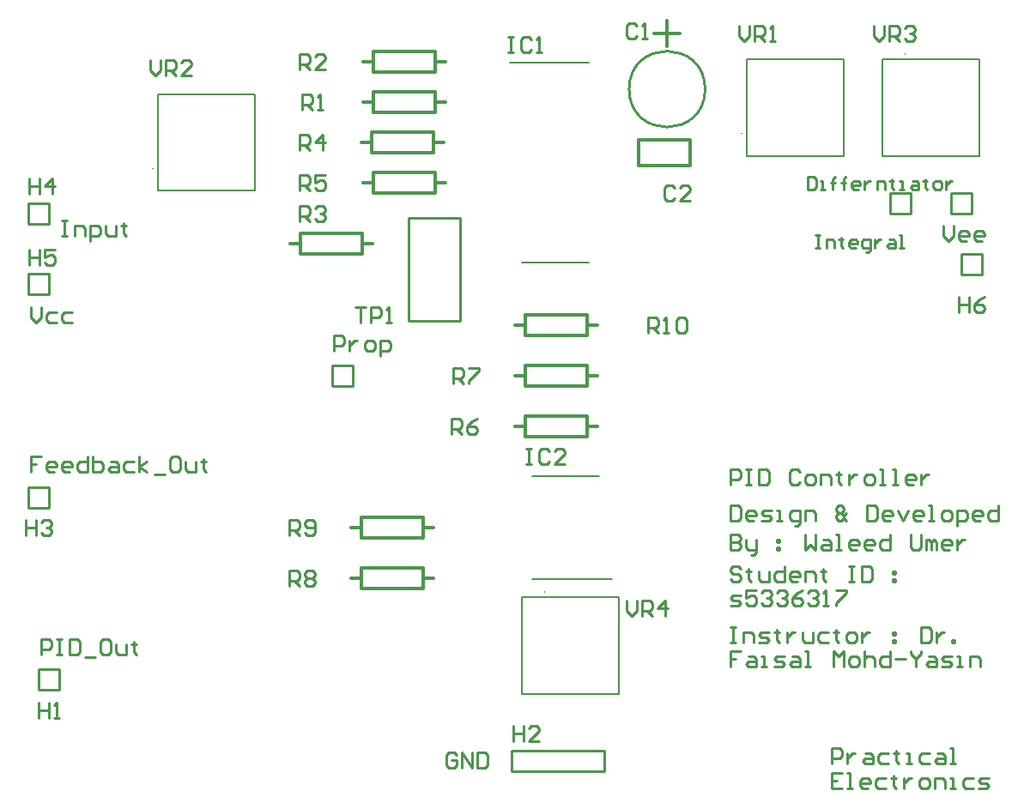
<source format=gto>
G04*
G04 #@! TF.GenerationSoftware,Altium Limited,Altium Designer,24.4.1 (13)*
G04*
G04 Layer_Color=65535*
%FSLAX44Y44*%
%MOMM*%
G71*
G04*
G04 #@! TF.SameCoordinates,D33A3FA2-88C1-4BC0-A94D-04A4EBB6AA15*
G04*
G04*
G04 #@! TF.FilePolarity,Positive*
G04*
G01*
G75*
%ADD10C,0.2540*%
%ADD11C,0.1000*%
%ADD12C,0.3048*%
%ADD13C,0.2000*%
D10*
X707503Y702700D02*
G03*
X707503Y702700I-37503J0D01*
G01*
X949840Y579840D02*
Y600160D01*
Y579840D02*
X970160D01*
Y600160D01*
X949840D02*
X970160D01*
X889840Y579840D02*
Y600160D01*
Y579840D02*
X910160D01*
Y600160D01*
X889840D02*
X910160D01*
X339840Y409840D02*
Y430160D01*
Y409840D02*
X360160D01*
Y430160D01*
X339840D02*
X360160D01*
X959840Y519840D02*
Y540160D01*
Y519840D02*
X980160D01*
Y540160D01*
X959840D02*
X980160D01*
X39840Y289840D02*
Y310160D01*
Y289840D02*
X60160D01*
Y310160D01*
X39840D02*
X60160D01*
X414600Y575400D02*
X465400D01*
X414600Y473800D02*
Y575400D01*
Y473800D02*
X465400D01*
Y575400D01*
X49840Y109840D02*
Y130160D01*
Y109840D02*
X70160D01*
Y130160D01*
X49840D02*
X70160D01*
X516980Y29840D02*
X608420D01*
X516980D02*
Y47620D01*
Y50160D01*
X608420D01*
Y29840D02*
Y50160D01*
X39840Y499840D02*
Y520160D01*
Y499840D02*
X60160D01*
Y520160D01*
X39840D02*
X60160D01*
X39840Y569840D02*
Y590160D01*
Y569840D02*
X60160D01*
Y590160D01*
X39840D02*
X60160D01*
X732540Y292310D02*
Y277075D01*
X740157D01*
X742697Y279614D01*
Y289771D01*
X740157Y292310D01*
X732540D01*
X755393Y277075D02*
X750314D01*
X747775Y279614D01*
Y284692D01*
X750314Y287232D01*
X755393D01*
X757932Y284692D01*
Y282153D01*
X747775D01*
X763010Y277075D02*
X770628D01*
X773167Y279614D01*
X770628Y282153D01*
X765549D01*
X763010Y284692D01*
X765549Y287232D01*
X773167D01*
X778245Y277075D02*
X783324D01*
X780784D01*
Y287232D01*
X778245D01*
X796019Y271996D02*
X798559D01*
X801098Y274536D01*
Y287232D01*
X793480D01*
X790941Y284692D01*
Y279614D01*
X793480Y277075D01*
X801098D01*
X806176D02*
Y287232D01*
X813794D01*
X816333Y284692D01*
Y277075D01*
X846803D02*
X844264Y279614D01*
X841725Y277075D01*
X839185D01*
X836646Y279614D01*
Y282153D01*
X839185Y284692D01*
X836646Y287232D01*
Y289771D01*
X839185Y292310D01*
X841725D01*
X844264Y289771D01*
Y287232D01*
X841725Y284692D01*
X844264Y282153D01*
Y279614D01*
X846803Y284692D02*
X844264Y282153D01*
X839185Y284692D02*
X841725D01*
X867116Y292310D02*
Y277075D01*
X874734D01*
X877273Y279614D01*
Y289771D01*
X874734Y292310D01*
X867116D01*
X889969Y277075D02*
X884891D01*
X882352Y279614D01*
Y284692D01*
X884891Y287232D01*
X889969D01*
X892508Y284692D01*
Y282153D01*
X882352D01*
X897587Y287232D02*
X902665Y277075D01*
X907743Y287232D01*
X920439Y277075D02*
X915361D01*
X912822Y279614D01*
Y284692D01*
X915361Y287232D01*
X920439D01*
X922978Y284692D01*
Y282153D01*
X912822D01*
X928057Y277075D02*
X933135D01*
X930596D01*
Y292310D01*
X928057D01*
X943292Y277075D02*
X948370D01*
X950909Y279614D01*
Y284692D01*
X948370Y287232D01*
X943292D01*
X940753Y284692D01*
Y279614D01*
X943292Y277075D01*
X955988Y271996D02*
Y287232D01*
X963605D01*
X966144Y284692D01*
Y279614D01*
X963605Y277075D01*
X955988D01*
X978840D02*
X973762D01*
X971223Y279614D01*
Y284692D01*
X973762Y287232D01*
X978840D01*
X981379Y284692D01*
Y282153D01*
X971223D01*
X996615Y292310D02*
Y277075D01*
X988997D01*
X986458Y279614D01*
Y284692D01*
X988997Y287232D01*
X996615D01*
X732540Y262853D02*
Y247618D01*
X740157D01*
X742697Y250158D01*
Y252697D01*
X740157Y255236D01*
X732540D01*
X740157D01*
X742697Y257775D01*
Y260314D01*
X740157Y262853D01*
X732540D01*
X747775Y257775D02*
Y250158D01*
X750314Y247618D01*
X757932D01*
Y245079D01*
X755393Y242540D01*
X752853D01*
X757932Y247618D02*
Y257775D01*
X778245D02*
X780784D01*
Y255236D01*
X778245D01*
Y257775D01*
Y250158D02*
X780784D01*
Y247618D01*
X778245D01*
Y250158D01*
X806176Y262853D02*
Y247618D01*
X811255Y252697D01*
X816333Y247618D01*
Y262853D01*
X823950Y257775D02*
X829029D01*
X831568Y255236D01*
Y247618D01*
X823950D01*
X821411Y250158D01*
X823950Y252697D01*
X831568D01*
X836646Y247618D02*
X841725D01*
X839185D01*
Y262853D01*
X836646D01*
X856960Y247618D02*
X851881D01*
X849342Y250158D01*
Y255236D01*
X851881Y257775D01*
X856960D01*
X859499Y255236D01*
Y252697D01*
X849342D01*
X872195Y247618D02*
X867116D01*
X864577Y250158D01*
Y255236D01*
X867116Y257775D01*
X872195D01*
X874734Y255236D01*
Y252697D01*
X864577D01*
X889969Y262853D02*
Y247618D01*
X882352D01*
X879812Y250158D01*
Y255236D01*
X882352Y257775D01*
X889969D01*
X910283Y262853D02*
Y250158D01*
X912822Y247618D01*
X917900D01*
X920439Y250158D01*
Y262853D01*
X925518Y247618D02*
Y257775D01*
X928057D01*
X930596Y255236D01*
Y247618D01*
Y255236D01*
X933135Y257775D01*
X935674Y255236D01*
Y247618D01*
X948370D02*
X943292D01*
X940753Y250158D01*
Y255236D01*
X943292Y257775D01*
X948370D01*
X950909Y255236D01*
Y252697D01*
X940753D01*
X955988Y257775D02*
Y247618D01*
Y252697D01*
X958527Y255236D01*
X961066Y257775D01*
X963605D01*
X742697Y229614D02*
X740157Y232153D01*
X735079D01*
X732540Y229614D01*
Y227075D01*
X735079Y224536D01*
X740157D01*
X742697Y221996D01*
Y219457D01*
X740157Y216918D01*
X735079D01*
X732540Y219457D01*
X750314Y229614D02*
Y227075D01*
X747775D01*
X752853D01*
X750314D01*
Y219457D01*
X752853Y216918D01*
X760471Y227075D02*
Y219457D01*
X763010Y216918D01*
X770628D01*
Y227075D01*
X785863Y232153D02*
Y216918D01*
X778245D01*
X775706Y219457D01*
Y224536D01*
X778245Y227075D01*
X785863D01*
X798559Y216918D02*
X793480D01*
X790941Y219457D01*
Y224536D01*
X793480Y227075D01*
X798559D01*
X801098Y224536D01*
Y221996D01*
X790941D01*
X806176Y216918D02*
Y227075D01*
X813794D01*
X816333Y224536D01*
Y216918D01*
X823950Y229614D02*
Y227075D01*
X821411D01*
X826490D01*
X823950D01*
Y219457D01*
X826490Y216918D01*
X849342Y232153D02*
X854420D01*
X851881D01*
Y216918D01*
X849342D01*
X854420D01*
X862038Y232153D02*
Y216918D01*
X869656D01*
X872195Y219457D01*
Y229614D01*
X869656Y232153D01*
X862038D01*
X892508Y227075D02*
X895047D01*
Y224536D01*
X892508D01*
Y227075D01*
Y219457D02*
X895047D01*
Y216918D01*
X892508D01*
Y219457D01*
X732540Y192540D02*
X740157D01*
X742697Y195079D01*
X740157Y197618D01*
X735079D01*
X732540Y200158D01*
X735079Y202697D01*
X742697D01*
X757932Y207775D02*
X747775D01*
Y200158D01*
X752853Y202697D01*
X755393D01*
X757932Y200158D01*
Y195079D01*
X755393Y192540D01*
X750314D01*
X747775Y195079D01*
X763010Y205236D02*
X765549Y207775D01*
X770628D01*
X773167Y205236D01*
Y202697D01*
X770628Y200158D01*
X768089D01*
X770628D01*
X773167Y197618D01*
Y195079D01*
X770628Y192540D01*
X765549D01*
X763010Y195079D01*
X778245Y205236D02*
X780784Y207775D01*
X785863D01*
X788402Y205236D01*
Y202697D01*
X785863Y200158D01*
X783324D01*
X785863D01*
X788402Y197618D01*
Y195079D01*
X785863Y192540D01*
X780784D01*
X778245Y195079D01*
X803637Y207775D02*
X798559Y205236D01*
X793480Y200158D01*
Y195079D01*
X796020Y192540D01*
X801098D01*
X803637Y195079D01*
Y197618D01*
X801098Y200158D01*
X793480D01*
X808715Y205236D02*
X811255Y207775D01*
X816333D01*
X818872Y205236D01*
Y202697D01*
X816333Y200158D01*
X813794D01*
X816333D01*
X818872Y197618D01*
Y195079D01*
X816333Y192540D01*
X811255D01*
X808715Y195079D01*
X823950Y192540D02*
X829029D01*
X826490D01*
Y207775D01*
X823950Y205236D01*
X836646Y207775D02*
X846803D01*
Y205236D01*
X836646Y195079D01*
Y192540D01*
X732540Y172153D02*
X737618D01*
X735079D01*
Y156918D01*
X732540D01*
X737618D01*
X745236D02*
Y167075D01*
X752853D01*
X755393Y164536D01*
Y156918D01*
X760471D02*
X768089D01*
X770628Y159457D01*
X768089Y161996D01*
X763010D01*
X760471Y164536D01*
X763010Y167075D01*
X770628D01*
X778245Y169614D02*
Y167075D01*
X775706D01*
X780784D01*
X778245D01*
Y159457D01*
X780784Y156918D01*
X788402Y167075D02*
Y156918D01*
Y161996D01*
X790941Y164536D01*
X793480Y167075D01*
X796019D01*
X803637D02*
Y159457D01*
X806176Y156918D01*
X813794D01*
Y167075D01*
X829029D02*
X821411D01*
X818872Y164536D01*
Y159457D01*
X821411Y156918D01*
X829029D01*
X836646Y169614D02*
Y167075D01*
X834107D01*
X839185D01*
X836646D01*
Y159457D01*
X839185Y156918D01*
X849342D02*
X854420D01*
X856960Y159457D01*
Y164536D01*
X854420Y167075D01*
X849342D01*
X846803Y164536D01*
Y159457D01*
X849342Y156918D01*
X862038Y167075D02*
Y156918D01*
Y161996D01*
X864577Y164536D01*
X867116Y167075D01*
X869656D01*
X892508D02*
X895047D01*
Y164536D01*
X892508D01*
Y167075D01*
Y159457D02*
X895047D01*
Y156918D01*
X892508D01*
Y159457D01*
X920439Y172153D02*
Y156918D01*
X928057D01*
X930596Y159457D01*
Y169614D01*
X928057Y172153D01*
X920439D01*
X935674Y167075D02*
Y156918D01*
Y161996D01*
X938213Y164536D01*
X940753Y167075D01*
X943292D01*
X950909Y156918D02*
Y159457D01*
X953448D01*
Y156918D01*
X950909D01*
X742697Y147775D02*
X732540D01*
Y140157D01*
X737618D01*
X732540D01*
Y132540D01*
X750314Y142697D02*
X755393D01*
X757932Y140157D01*
Y132540D01*
X750314D01*
X747775Y135079D01*
X750314Y137618D01*
X757932D01*
X763010Y132540D02*
X768089D01*
X765549D01*
Y142697D01*
X763010D01*
X775706Y132540D02*
X783324D01*
X785863Y135079D01*
X783324Y137618D01*
X778245D01*
X775706Y140157D01*
X778245Y142697D01*
X785863D01*
X793480D02*
X798559D01*
X801098Y140157D01*
Y132540D01*
X793480D01*
X790941Y135079D01*
X793480Y137618D01*
X801098D01*
X806176Y132540D02*
X811255D01*
X808715D01*
Y147775D01*
X806176D01*
X834107Y132540D02*
Y147775D01*
X839185Y142697D01*
X844264Y147775D01*
Y132540D01*
X851881D02*
X856960D01*
X859499Y135079D01*
Y140157D01*
X856960Y142697D01*
X851881D01*
X849342Y140157D01*
Y135079D01*
X851881Y132540D01*
X864577Y147775D02*
Y132540D01*
Y140157D01*
X867116Y142697D01*
X872195D01*
X874734Y140157D01*
Y132540D01*
X889969Y147775D02*
Y132540D01*
X882352D01*
X879812Y135079D01*
Y140157D01*
X882352Y142697D01*
X889969D01*
X895047Y140157D02*
X905204D01*
X910283Y147775D02*
Y145236D01*
X915361Y140157D01*
X920439Y145236D01*
Y147775D01*
X915361Y140157D02*
Y132540D01*
X928057Y142697D02*
X933135D01*
X935674Y140157D01*
Y132540D01*
X928057D01*
X925518Y135079D01*
X928057Y137618D01*
X935674D01*
X940753Y132540D02*
X948370D01*
X950909Y135079D01*
X948370Y137618D01*
X943292D01*
X940753Y140157D01*
X943292Y142697D01*
X950909D01*
X955988Y132540D02*
X961066D01*
X958527D01*
Y142697D01*
X955988D01*
X968684Y132540D02*
Y142697D01*
X976301D01*
X978840Y140157D01*
Y132540D01*
X732540Y312540D02*
Y327775D01*
X740157D01*
X742697Y325236D01*
Y320158D01*
X740157Y317618D01*
X732540D01*
X747775Y327775D02*
X752853D01*
X750314D01*
Y312540D01*
X747775D01*
X752853D01*
X760471Y327775D02*
Y312540D01*
X768089D01*
X770628Y315079D01*
Y325236D01*
X768089Y327775D01*
X760471D01*
X801098Y325236D02*
X798559Y327775D01*
X793480D01*
X790941Y325236D01*
Y315079D01*
X793480Y312540D01*
X798559D01*
X801098Y315079D01*
X808715Y312540D02*
X813794D01*
X816333Y315079D01*
Y320158D01*
X813794Y322697D01*
X808715D01*
X806176Y320158D01*
Y315079D01*
X808715Y312540D01*
X821411D02*
Y322697D01*
X829029D01*
X831568Y320158D01*
Y312540D01*
X839185Y325236D02*
Y322697D01*
X836646D01*
X841725D01*
X839185D01*
Y315079D01*
X841725Y312540D01*
X849342Y322697D02*
Y312540D01*
Y317618D01*
X851881Y320158D01*
X854420Y322697D01*
X856960D01*
X867116Y312540D02*
X872195D01*
X874734Y315079D01*
Y320158D01*
X872195Y322697D01*
X867116D01*
X864577Y320158D01*
Y315079D01*
X867116Y312540D01*
X879812D02*
X884891D01*
X882352D01*
Y327775D01*
X879812D01*
X892508Y312540D02*
X897587D01*
X895047D01*
Y327775D01*
X892508D01*
X912822Y312540D02*
X907743D01*
X905204Y315079D01*
Y320158D01*
X907743Y322697D01*
X912822D01*
X915361Y320158D01*
Y317618D01*
X905204D01*
X920439Y322697D02*
Y312540D01*
Y317618D01*
X922978Y320158D01*
X925518Y322697D01*
X928057D01*
X832540Y36918D02*
Y52153D01*
X840157D01*
X842697Y49614D01*
Y44536D01*
X840157Y41996D01*
X832540D01*
X847775Y47075D02*
Y36918D01*
Y41996D01*
X850314Y44536D01*
X852853Y47075D01*
X855393D01*
X865549D02*
X870628D01*
X873167Y44536D01*
Y36918D01*
X865549D01*
X863010Y39457D01*
X865549Y41996D01*
X873167D01*
X888402Y47075D02*
X880784D01*
X878245Y44536D01*
Y39457D01*
X880784Y36918D01*
X888402D01*
X896020Y49614D02*
Y47075D01*
X893480D01*
X898559D01*
X896020D01*
Y39457D01*
X898559Y36918D01*
X906176D02*
X911255D01*
X908715D01*
Y47075D01*
X906176D01*
X929029D02*
X921411D01*
X918872Y44536D01*
Y39457D01*
X921411Y36918D01*
X929029D01*
X936646Y47075D02*
X941725D01*
X944264Y44536D01*
Y36918D01*
X936646D01*
X934107Y39457D01*
X936646Y41996D01*
X944264D01*
X949342Y36918D02*
X954420D01*
X951881D01*
Y52153D01*
X949342D01*
X842697Y27775D02*
X832540D01*
Y12540D01*
X842697D01*
X832540Y20157D02*
X837618D01*
X847775Y12540D02*
X852853D01*
X850314D01*
Y27775D01*
X847775D01*
X868089Y12540D02*
X863010D01*
X860471Y15079D01*
Y20157D01*
X863010Y22697D01*
X868089D01*
X870628Y20157D01*
Y17618D01*
X860471D01*
X885863Y22697D02*
X878245D01*
X875706Y20157D01*
Y15079D01*
X878245Y12540D01*
X885863D01*
X893480Y25236D02*
Y22697D01*
X890941D01*
X896019D01*
X893480D01*
Y15079D01*
X896019Y12540D01*
X903637Y22697D02*
Y12540D01*
Y17618D01*
X906176Y20157D01*
X908715Y22697D01*
X911255D01*
X921411Y12540D02*
X926490D01*
X929029Y15079D01*
Y20157D01*
X926490Y22697D01*
X921411D01*
X918872Y20157D01*
Y15079D01*
X921411Y12540D01*
X934107D02*
Y22697D01*
X941725D01*
X944264Y20157D01*
Y12540D01*
X949342D02*
X954420D01*
X951881D01*
Y22697D01*
X949342D01*
X972195D02*
X964577D01*
X962038Y20157D01*
Y15079D01*
X964577Y12540D01*
X972195D01*
X977273D02*
X984891D01*
X987430Y15079D01*
X984891Y17618D01*
X979812D01*
X977273Y20157D01*
X979812Y22697D01*
X987430D01*
X808723Y616198D02*
Y603802D01*
X814921D01*
X816987Y605868D01*
Y614132D01*
X814921Y616198D01*
X808723D01*
X821119Y603802D02*
X825251D01*
X823185D01*
Y612066D01*
X821119D01*
X833515Y603802D02*
Y614132D01*
Y610000D01*
X831449D01*
X835581D01*
X833515D01*
Y614132D01*
X835581Y616198D01*
X843845Y603802D02*
Y614132D01*
Y610000D01*
X841779D01*
X845911D01*
X843845D01*
Y614132D01*
X845911Y616198D01*
X858307Y603802D02*
X854175D01*
X852109Y605868D01*
Y610000D01*
X854175Y612066D01*
X858307D01*
X860373Y610000D01*
Y607934D01*
X852109D01*
X864505Y612066D02*
Y603802D01*
Y607934D01*
X866571Y610000D01*
X868637Y612066D01*
X870703D01*
X876901Y603802D02*
Y612066D01*
X883099D01*
X885165Y610000D01*
Y603802D01*
X891363Y614132D02*
Y612066D01*
X889297D01*
X893429D01*
X891363D01*
Y605868D01*
X893429Y603802D01*
X899627D02*
X903759D01*
X901693D01*
Y612066D01*
X899627D01*
X912023D02*
X916155D01*
X918221Y610000D01*
Y603802D01*
X912023D01*
X909957Y605868D01*
X912023Y607934D01*
X918221D01*
X924419Y614132D02*
Y612066D01*
X922353D01*
X926485D01*
X924419D01*
Y605868D01*
X926485Y603802D01*
X934749D02*
X938881D01*
X940947Y605868D01*
Y610000D01*
X938881Y612066D01*
X934749D01*
X932683Y610000D01*
Y605868D01*
X934749Y603802D01*
X945079Y612066D02*
Y603802D01*
Y607934D01*
X947145Y610000D01*
X949211Y612066D01*
X951277D01*
X816614Y558264D02*
X820746D01*
X818680D01*
Y545868D01*
X816614D01*
X820746D01*
X826944D02*
Y554132D01*
X833142D01*
X835208Y552066D01*
Y545868D01*
X841406Y556198D02*
Y554132D01*
X839340D01*
X843472D01*
X841406D01*
Y547934D01*
X843472Y545868D01*
X855868D02*
X851736D01*
X849670Y547934D01*
Y552066D01*
X851736Y554132D01*
X855868D01*
X857934Y552066D01*
Y550000D01*
X849670D01*
X866198Y541736D02*
X868264D01*
X870330Y543802D01*
Y554132D01*
X864132D01*
X862066Y552066D01*
Y547934D01*
X864132Y545868D01*
X870330D01*
X874462Y554132D02*
Y545868D01*
Y550000D01*
X876528Y552066D01*
X878594Y554132D01*
X880660D01*
X888924D02*
X893056D01*
X895122Y552066D01*
Y545868D01*
X888924D01*
X886858Y547934D01*
X888924Y550000D01*
X895122D01*
X899254Y545868D02*
X903386D01*
X901320D01*
Y558264D01*
X899254D01*
X341122Y444246D02*
Y459481D01*
X348740D01*
X351279Y456942D01*
Y451864D01*
X348740Y449324D01*
X341122D01*
X356357Y454403D02*
Y444246D01*
Y449324D01*
X358896Y451864D01*
X361435Y454403D01*
X363975D01*
X374131Y444246D02*
X379210D01*
X381749Y446785D01*
Y451864D01*
X379210Y454403D01*
X374131D01*
X371592Y451864D01*
Y446785D01*
X374131Y444246D01*
X386827Y439168D02*
Y454403D01*
X394445D01*
X396984Y451864D01*
Y446785D01*
X394445Y444246D01*
X386827D01*
X530956Y347617D02*
X536035D01*
X533495D01*
Y332383D01*
X530956D01*
X536035D01*
X553809Y345078D02*
X551270Y347617D01*
X546191D01*
X543652Y345078D01*
Y334922D01*
X546191Y332383D01*
X551270D01*
X553809Y334922D01*
X569044Y332383D02*
X558887D01*
X569044Y342539D01*
Y345078D01*
X566505Y347617D01*
X561426D01*
X558887Y345078D01*
X307304Y572383D02*
Y587617D01*
X314922D01*
X317461Y585078D01*
Y580000D01*
X314922Y577461D01*
X307304D01*
X312383D02*
X317461Y572383D01*
X322539Y585078D02*
X325078Y587617D01*
X330157D01*
X332696Y585078D01*
Y582539D01*
X330157Y580000D01*
X327617D01*
X330157D01*
X332696Y577461D01*
Y574922D01*
X330157Y572383D01*
X325078D01*
X322539Y574922D01*
X942540Y567775D02*
Y557618D01*
X947618Y552540D01*
X952697Y557618D01*
Y567775D01*
X965393Y552540D02*
X960314D01*
X957775Y555079D01*
Y560158D01*
X960314Y562697D01*
X965393D01*
X967932Y560158D01*
Y557618D01*
X957775D01*
X980628Y552540D02*
X975549D01*
X973010Y555079D01*
Y560158D01*
X975549Y562697D01*
X980628D01*
X983167Y560158D01*
Y557618D01*
X973010D01*
X462697Y45236D02*
X460158Y47775D01*
X455079D01*
X452540Y45236D01*
Y35079D01*
X455079Y32540D01*
X460158D01*
X462697Y35079D01*
Y40157D01*
X457618D01*
X467775Y32540D02*
Y47775D01*
X477932Y32540D01*
Y47775D01*
X483010D02*
Y32540D01*
X490628D01*
X493167Y35079D01*
Y45236D01*
X490628Y47775D01*
X483010D01*
X52697Y340314D02*
X42540D01*
Y332697D01*
X47618D01*
X42540D01*
Y325079D01*
X65393D02*
X60314D01*
X57775Y327618D01*
Y332697D01*
X60314Y335236D01*
X65393D01*
X67932Y332697D01*
Y330158D01*
X57775D01*
X80628Y325079D02*
X75549D01*
X73010Y327618D01*
Y332697D01*
X75549Y335236D01*
X80628D01*
X83167Y332697D01*
Y330158D01*
X73010D01*
X98402Y340314D02*
Y325079D01*
X90784D01*
X88245Y327618D01*
Y332697D01*
X90784Y335236D01*
X98402D01*
X103480Y340314D02*
Y325079D01*
X111098D01*
X113637Y327618D01*
Y330158D01*
Y332697D01*
X111098Y335236D01*
X103480D01*
X121255D02*
X126333D01*
X128872Y332697D01*
Y325079D01*
X121255D01*
X118715Y327618D01*
X121255Y330158D01*
X128872D01*
X144107Y335236D02*
X136490D01*
X133950Y332697D01*
Y327618D01*
X136490Y325079D01*
X144107D01*
X149185D02*
Y340314D01*
Y330158D02*
X156803Y335236D01*
X149185Y330158D02*
X156803Y325079D01*
X164421Y322540D02*
X174577D01*
X187273Y340314D02*
X182195D01*
X179656Y337775D01*
Y327618D01*
X182195Y325079D01*
X187273D01*
X189812Y327618D01*
Y337775D01*
X187273Y340314D01*
X194891Y335236D02*
Y327618D01*
X197430Y325079D01*
X205047D01*
Y335236D01*
X212665Y337775D02*
Y335236D01*
X210126D01*
X215204D01*
X212665D01*
Y327618D01*
X215204Y325079D01*
X52540Y145079D02*
Y160314D01*
X60157D01*
X62697Y157775D01*
Y152697D01*
X60157Y150157D01*
X52540D01*
X67775Y160314D02*
X72853D01*
X70314D01*
Y145079D01*
X67775D01*
X72853D01*
X80471Y160314D02*
Y145079D01*
X88089D01*
X90628Y147618D01*
Y157775D01*
X88089Y160314D01*
X80471D01*
X95706Y142540D02*
X105863D01*
X118559Y160314D02*
X113480D01*
X110941Y157775D01*
Y147618D01*
X113480Y145079D01*
X118559D01*
X121098Y147618D01*
Y157775D01*
X118559Y160314D01*
X126176Y155236D02*
Y147618D01*
X128715Y145079D01*
X136333D01*
Y155236D01*
X143950Y157775D02*
Y155236D01*
X141411D01*
X146490D01*
X143950D01*
Y147618D01*
X146490Y145079D01*
X72540Y572853D02*
X77618D01*
X75079D01*
Y557618D01*
X72540D01*
X77618D01*
X85236D02*
Y567775D01*
X92853D01*
X95393Y565236D01*
Y557618D01*
X100471Y552540D02*
Y567775D01*
X108089D01*
X110628Y565236D01*
Y560158D01*
X108089Y557618D01*
X100471D01*
X115706Y567775D02*
Y560158D01*
X118245Y557618D01*
X125863D01*
Y567775D01*
X133480Y570314D02*
Y567775D01*
X130941D01*
X136019D01*
X133480D01*
Y560158D01*
X136019Y557618D01*
X42540Y487775D02*
Y477618D01*
X47618Y472540D01*
X52697Y477618D01*
Y487775D01*
X67932Y482697D02*
X60314D01*
X57775Y480158D01*
Y475079D01*
X60314Y472540D01*
X67932D01*
X83167Y482697D02*
X75549D01*
X73010Y480158D01*
Y475079D01*
X75549Y472540D01*
X83167D01*
X307304Y722383D02*
Y737617D01*
X314922D01*
X317461Y735078D01*
Y730000D01*
X314922Y727461D01*
X307304D01*
X312383D02*
X317461Y722383D01*
X332696D02*
X322539D01*
X332696Y732539D01*
Y735078D01*
X330157Y737617D01*
X325078D01*
X322539Y735078D01*
X307304Y642383D02*
Y657617D01*
X314922D01*
X317461Y655078D01*
Y650000D01*
X314922Y647461D01*
X307304D01*
X312383D02*
X317461Y642383D01*
X330157D02*
Y657617D01*
X322539Y650000D01*
X332696D01*
X309843Y682383D02*
Y697617D01*
X317461D01*
X320000Y695078D01*
Y690000D01*
X317461Y687461D01*
X309843D01*
X314922D02*
X320000Y682383D01*
X325078D02*
X330157D01*
X327618D01*
Y697617D01*
X325078Y695078D01*
X640000Y765078D02*
X637461Y767617D01*
X632383D01*
X629843Y765078D01*
Y754922D01*
X632383Y752383D01*
X637461D01*
X640000Y754922D01*
X645078Y752383D02*
X650157D01*
X647618D01*
Y767617D01*
X645078Y765078D01*
X677461Y605078D02*
X674922Y607617D01*
X669843D01*
X667304Y605078D01*
Y594922D01*
X669843Y592383D01*
X674922D01*
X677461Y594922D01*
X692696Y592383D02*
X682539D01*
X692696Y602539D01*
Y605078D01*
X690157Y607617D01*
X685078D01*
X682539Y605078D01*
X297304Y212382D02*
Y227617D01*
X304922D01*
X307461Y225078D01*
Y220000D01*
X304922Y217461D01*
X297304D01*
X302383D02*
X307461Y212382D01*
X312539Y225078D02*
X315078Y227617D01*
X320157D01*
X322696Y225078D01*
Y222539D01*
X320157Y220000D01*
X322696Y217461D01*
Y214922D01*
X320157Y212382D01*
X315078D01*
X312539Y214922D01*
Y217461D01*
X315078Y220000D01*
X312539Y222539D01*
Y225078D01*
X315078Y220000D02*
X320157D01*
X297304Y262383D02*
Y277617D01*
X304922D01*
X307461Y275078D01*
Y270000D01*
X304922Y267461D01*
X297304D01*
X302383D02*
X307461Y262383D01*
X312539Y264922D02*
X315078Y262383D01*
X320157D01*
X322696Y264922D01*
Y275078D01*
X320157Y277617D01*
X315078D01*
X312539Y275078D01*
Y272539D01*
X315078Y270000D01*
X322696D01*
X629687Y197617D02*
Y187461D01*
X634765Y182383D01*
X639843Y187461D01*
Y197617D01*
X644922Y182383D02*
Y197617D01*
X652539D01*
X655078Y195078D01*
Y190000D01*
X652539Y187461D01*
X644922D01*
X650000D02*
X655078Y182383D01*
X667774D02*
Y197617D01*
X660157Y190000D01*
X670313D01*
X957304Y497617D02*
Y482383D01*
Y490000D01*
X967461D01*
Y497617D01*
Y482383D01*
X982696Y497617D02*
X977617Y495078D01*
X972539Y490000D01*
Y484922D01*
X975078Y482383D01*
X980157D01*
X982696Y484922D01*
Y487461D01*
X980157Y490000D01*
X972539D01*
X37304Y277618D02*
Y262383D01*
Y270000D01*
X47461D01*
Y277618D01*
Y262383D01*
X52539Y275078D02*
X55078Y277618D01*
X60157D01*
X62696Y275078D01*
Y272539D01*
X60157Y270000D01*
X57618D01*
X60157D01*
X62696Y267461D01*
Y264922D01*
X60157Y262383D01*
X55078D01*
X52539Y264922D01*
X362226Y487617D02*
X372383D01*
X367304D01*
Y472383D01*
X377461D02*
Y487617D01*
X385078D01*
X387618Y485078D01*
Y480000D01*
X385078Y477461D01*
X377461D01*
X392696Y472383D02*
X397774D01*
X395235D01*
Y487617D01*
X392696Y485078D01*
X458904Y412383D02*
Y427617D01*
X466522D01*
X469061Y425078D01*
Y420000D01*
X466522Y417461D01*
X458904D01*
X463983D02*
X469061Y412383D01*
X474139Y427617D02*
X484296D01*
Y425078D01*
X474139Y414922D01*
Y412383D01*
X457304Y362383D02*
Y377617D01*
X464922D01*
X467461Y375078D01*
Y370000D01*
X464922Y367461D01*
X457304D01*
X462383D02*
X467461Y362383D01*
X482696Y377617D02*
X477617Y375078D01*
X472539Y370000D01*
Y364922D01*
X475078Y362383D01*
X480157D01*
X482696Y364922D01*
Y367461D01*
X480157Y370000D01*
X472539D01*
X650956Y462383D02*
Y477617D01*
X658574D01*
X661113Y475078D01*
Y470000D01*
X658574Y467461D01*
X650956D01*
X656034D02*
X661113Y462383D01*
X666191D02*
X671270D01*
X668730D01*
Y477617D01*
X666191Y475078D01*
X678887D02*
X681426Y477617D01*
X686505D01*
X689044Y475078D01*
Y464922D01*
X686505Y462383D01*
X681426D01*
X678887Y464922D01*
Y475078D01*
X49843Y97618D02*
Y82382D01*
Y90000D01*
X60000D01*
Y97618D01*
Y82382D01*
X65078D02*
X70157D01*
X67618D01*
Y97618D01*
X65078Y95078D01*
X307304Y602383D02*
Y617617D01*
X314922D01*
X317461Y615078D01*
Y610000D01*
X314922Y607461D01*
X307304D01*
X312383D02*
X317461Y602383D01*
X332696Y617617D02*
X322539D01*
Y610000D01*
X327617Y612539D01*
X330157D01*
X332696Y610000D01*
Y604922D01*
X330157Y602383D01*
X325078D01*
X322539Y604922D01*
X740918Y765551D02*
Y755394D01*
X745996Y750316D01*
X751075Y755394D01*
Y765551D01*
X756153Y750316D02*
Y765551D01*
X763771D01*
X766310Y763012D01*
Y757934D01*
X763771Y755394D01*
X756153D01*
X761231D02*
X766310Y750316D01*
X771388D02*
X776467D01*
X773927D01*
Y765551D01*
X771388Y763012D01*
X160020Y731007D02*
Y720850D01*
X165098Y715772D01*
X170177Y720850D01*
Y731007D01*
X175255Y715772D02*
Y731007D01*
X182873D01*
X185412Y728468D01*
Y723390D01*
X182873Y720850D01*
X175255D01*
X180333D02*
X185412Y715772D01*
X200647D02*
X190490D01*
X200647Y725929D01*
Y728468D01*
X198108Y731007D01*
X193029D01*
X190490Y728468D01*
X512826Y754121D02*
X517904D01*
X515365D01*
Y738886D01*
X512826D01*
X517904D01*
X535679Y751582D02*
X533139Y754121D01*
X528061D01*
X525522Y751582D01*
Y741425D01*
X528061Y738886D01*
X533139D01*
X535679Y741425D01*
X540757Y738886D02*
X545835D01*
X543296D01*
Y754121D01*
X540757Y751582D01*
X874268Y765297D02*
Y755140D01*
X879346Y750062D01*
X884425Y755140D01*
Y765297D01*
X889503Y750062D02*
Y765297D01*
X897121D01*
X899660Y762758D01*
Y757680D01*
X897121Y755140D01*
X889503D01*
X894581D02*
X899660Y750062D01*
X904738Y762758D02*
X907277Y765297D01*
X912356D01*
X914895Y762758D01*
Y760219D01*
X912356Y757680D01*
X909817D01*
X912356D01*
X914895Y755140D01*
Y752601D01*
X912356Y750062D01*
X907277D01*
X904738Y752601D01*
X518160Y74163D02*
Y58928D01*
Y66546D01*
X528317D01*
Y74163D01*
Y58928D01*
X543552D02*
X533395D01*
X543552Y69085D01*
Y71624D01*
X541013Y74163D01*
X535934D01*
X533395Y71624D01*
X41148Y544317D02*
Y529082D01*
Y536699D01*
X51305D01*
Y544317D01*
Y529082D01*
X66540Y544317D02*
X56383D01*
Y536699D01*
X61461Y539239D01*
X64001D01*
X66540Y536699D01*
Y531621D01*
X64001Y529082D01*
X58922D01*
X56383Y531621D01*
X41148Y614167D02*
Y598932D01*
Y606549D01*
X51305D01*
Y614167D01*
Y598932D01*
X64001D02*
Y614167D01*
X56383Y606549D01*
X66540D01*
D11*
X549200Y206000D02*
G03*
X549200Y207000I0J500D01*
G01*
D02*
G03*
X549200Y206000I0J-500D01*
G01*
X744000Y659200D02*
G03*
X743000Y659200I-500J0D01*
G01*
D02*
G03*
X744000Y659200I500J0D01*
G01*
X163200Y624600D02*
G03*
X162200Y624600I-500J0D01*
G01*
D02*
G03*
X163200Y624600I500J0D01*
G01*
X904600Y736800D02*
G03*
X904600Y737800I0J500D01*
G01*
D02*
G03*
X904600Y736800I0J-500D01*
G01*
D12*
X369680Y550000D02*
X379840D01*
X298560D02*
X308720D01*
Y539840D02*
X369680D01*
Y560160D01*
X308720D02*
X369680D01*
X308720Y539840D02*
Y560160D01*
X441280Y730000D02*
X451440D01*
X370160D02*
X380320D01*
Y719840D02*
X441280D01*
Y740160D01*
X380320D02*
X441280D01*
X380320Y719840D02*
Y740160D01*
X439680Y650000D02*
X449840D01*
X368560D02*
X378720D01*
Y639840D02*
X439680D01*
Y660160D01*
X378720D02*
X439680D01*
X378720Y639840D02*
Y660160D01*
X370160Y690000D02*
X380320D01*
X441280D02*
X451440D01*
X380320Y700160D02*
X441280D01*
X380320Y679840D02*
Y700160D01*
Y679840D02*
X441280D01*
Y700160D01*
X657300Y757310D02*
X682700D01*
X670000Y744610D02*
Y770010D01*
X641900Y652700D02*
X692700D01*
X641900Y627300D02*
Y652700D01*
Y627300D02*
X692700D01*
Y652700D01*
X358560Y220000D02*
X368720D01*
X429680D02*
X439840D01*
X368720Y230160D02*
X429680D01*
X368720Y209840D02*
Y230160D01*
Y209840D02*
X429680D01*
Y230160D01*
X429680Y270000D02*
X439840D01*
X358560D02*
X368720D01*
Y259840D02*
X429680D01*
Y280160D01*
X368720D02*
X429680D01*
X368720Y259840D02*
Y280160D01*
X520160Y420000D02*
X530320D01*
X591280D02*
X601440D01*
X530320Y430160D02*
X591280D01*
X530320Y409840D02*
Y430160D01*
Y409840D02*
X591280D01*
Y430160D01*
X520160Y370000D02*
X530320D01*
X591280D02*
X601440D01*
X530320Y380160D02*
X591280D01*
X530320Y359840D02*
Y380160D01*
Y359840D02*
X591280D01*
Y380160D01*
X520160Y470000D02*
X530320D01*
X591280D02*
X601440D01*
X530320Y480160D02*
X591280D01*
X530320Y459840D02*
Y480160D01*
Y459840D02*
X591280D01*
Y480160D01*
X441280Y610000D02*
X451440D01*
X370160D02*
X380320D01*
Y599840D02*
X441280D01*
Y620160D01*
X380320D02*
X441280D01*
X380320Y599840D02*
Y620160D01*
D13*
X622250Y105800D02*
Y201100D01*
X526950Y105800D02*
X622250D01*
X526950D02*
Y201100D01*
X622250D01*
X537000Y219200D02*
X615350D01*
X537000Y320800D02*
X603000D01*
X748900Y732250D02*
X844200D01*
Y636950D02*
Y732250D01*
X748900Y636950D02*
X844200D01*
X748900D02*
Y732250D01*
X168100Y697650D02*
X263400D01*
Y602350D02*
Y697650D01*
X168100Y602350D02*
X263400D01*
X168100D02*
Y697650D01*
X514650Y728450D02*
X593000D01*
X527000Y531550D02*
X593000D01*
X977650Y636600D02*
Y731900D01*
X882350Y636600D02*
X977650D01*
X882350D02*
Y731900D01*
X977650D01*
M02*

</source>
